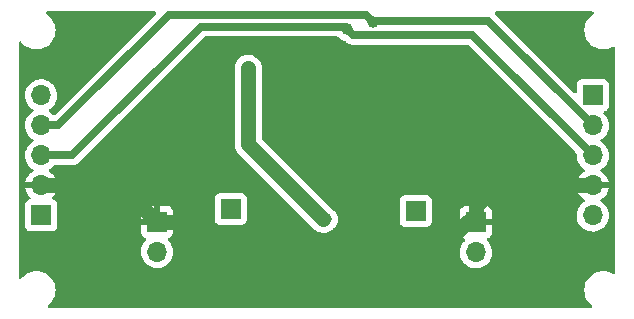
<source format=gbr>
%TF.GenerationSoftware,KiCad,Pcbnew,(6.0.2)*%
%TF.CreationDate,2022-03-27T20:09:04+02:00*%
%TF.ProjectId,pcb,7063622e-6b69-4636-9164-5f7063625858,rev?*%
%TF.SameCoordinates,Original*%
%TF.FileFunction,Copper,L2,Bot*%
%TF.FilePolarity,Positive*%
%FSLAX46Y46*%
G04 Gerber Fmt 4.6, Leading zero omitted, Abs format (unit mm)*
G04 Created by KiCad (PCBNEW (6.0.2)) date 2022-03-27 20:09:04*
%MOMM*%
%LPD*%
G01*
G04 APERTURE LIST*
%TA.AperFunction,ComponentPad*%
%ADD10R,1.700000X1.700000*%
%TD*%
%TA.AperFunction,ComponentPad*%
%ADD11O,1.700000X1.700000*%
%TD*%
%TA.AperFunction,ViaPad*%
%ADD12C,1.000000*%
%TD*%
%TA.AperFunction,Conductor*%
%ADD13C,1.270000*%
%TD*%
%TA.AperFunction,Conductor*%
%ADD14C,0.635000*%
%TD*%
G04 APERTURE END LIST*
D10*
%TO.P,J2,1,Pin_1*%
%TO.N,Net-(J2-Pad1)*%
X65950000Y-59150000D03*
%TD*%
%TO.P,J6,1,Pin_1*%
%TO.N,GND*%
X86700000Y-60260000D03*
D11*
%TO.P,J6,2,Pin_2*%
%TO.N,Net-(J5-Pad1)*%
X86700000Y-62800000D03*
%TD*%
D10*
%TO.P,J4,1,Pin_1*%
%TO.N,+3V3*%
X49900000Y-59675000D03*
D11*
%TO.P,J4,2,Pin_2*%
%TO.N,GND*%
X49900000Y-57135000D03*
%TO.P,J4,3,Pin_3*%
%TO.N,Net-(J1-Pad3)*%
X49900000Y-54595000D03*
%TO.P,J4,4,Pin_4*%
%TO.N,Net-(J1-Pad2)*%
X49900000Y-52055000D03*
%TO.P,J4,5,Pin_5*%
%TO.N,Net-(J4-Pad5)*%
X49900000Y-49515000D03*
%TD*%
D10*
%TO.P,J1,1,Pin_1*%
%TO.N,Net-(J1-Pad1)*%
X96600000Y-49525000D03*
D11*
%TO.P,J1,2,Pin_2*%
%TO.N,Net-(J1-Pad2)*%
X96600000Y-52065000D03*
%TO.P,J1,3,Pin_3*%
%TO.N,Net-(J1-Pad3)*%
X96600000Y-54605000D03*
%TO.P,J1,4,Pin_4*%
%TO.N,GND*%
X96600000Y-57145000D03*
%TO.P,J1,5,Pin_5*%
%TO.N,+3V3*%
X96600000Y-59685000D03*
%TD*%
D10*
%TO.P,J3,1,Pin_1*%
%TO.N,GND*%
X59700000Y-60225000D03*
D11*
%TO.P,J3,2,Pin_2*%
%TO.N,Net-(J2-Pad1)*%
X59700000Y-62765000D03*
%TD*%
D10*
%TO.P,J5,1,Pin_1*%
%TO.N,Net-(J5-Pad1)*%
X81600000Y-59300000D03*
%TD*%
D12*
%TO.N,GND*%
X81500000Y-51100000D03*
X73870000Y-45030000D03*
%TO.N,+3V3*%
X74000000Y-60000000D03*
X67425000Y-47225000D03*
X67425000Y-49325000D03*
%TO.N,Net-(J1-Pad2)*%
X78000000Y-43300000D03*
%TO.N,Net-(J1-Pad3)*%
X75800000Y-43900000D03*
%TD*%
D13*
%TO.N,GND*%
X88480000Y-57145000D02*
X87445000Y-57145000D01*
X76200000Y-50800000D02*
X73900000Y-48500000D01*
D14*
X81200000Y-50800000D02*
X81500000Y-51100000D01*
D13*
X96600000Y-57145000D02*
X88480000Y-57145000D01*
X62225000Y-60225000D02*
X64800000Y-62800000D01*
X59700000Y-60225000D02*
X62225000Y-60225000D01*
X86700000Y-60260000D02*
X86700000Y-58925000D01*
X64800000Y-62800000D02*
X83400000Y-62800000D01*
X57910000Y-57135000D02*
X57910000Y-58435000D01*
X49900000Y-57135000D02*
X57910000Y-57135000D01*
D14*
X81500000Y-51200000D02*
X81500000Y-51100000D01*
D13*
X87445000Y-57145000D02*
X81500000Y-51200000D01*
X57910000Y-58435000D02*
X59700000Y-60225000D01*
X81200000Y-50800000D02*
X76200000Y-50800000D01*
X85940000Y-60260000D02*
X86700000Y-60260000D01*
X83400000Y-62800000D02*
X85940000Y-60260000D01*
X86700000Y-58925000D02*
X88480000Y-57145000D01*
%TO.N,+3V3*%
X67425000Y-47225000D02*
X67425000Y-49325000D01*
X67425000Y-53625000D02*
X73800000Y-60000000D01*
X67425000Y-49325000D02*
X67425000Y-53625000D01*
D14*
X73800000Y-60000000D02*
X74000000Y-60000000D01*
%TO.N,Net-(J1-Pad2)*%
X78000000Y-43300000D02*
X77400000Y-42700000D01*
X77400000Y-42700000D02*
X60700000Y-42700000D01*
X87735000Y-43200000D02*
X96600000Y-52065000D01*
X78100000Y-43200000D02*
X87735000Y-43200000D01*
X78000000Y-43300000D02*
X78100000Y-43200000D01*
X51345000Y-52055000D02*
X49900000Y-52055000D01*
X60700000Y-42700000D02*
X51345000Y-52055000D01*
%TO.N,Net-(J1-Pad3)*%
X76300000Y-44400000D02*
X86395000Y-44400000D01*
X75600000Y-43700000D02*
X63400000Y-43700000D01*
X75800000Y-43900000D02*
X76300000Y-44400000D01*
X86395000Y-44400000D02*
X96600000Y-54605000D01*
X52505000Y-54595000D02*
X49900000Y-54595000D01*
X75800000Y-43900000D02*
X75600000Y-43700000D01*
X63400000Y-43700000D02*
X52505000Y-54595000D01*
%TD*%
%TA.AperFunction,Conductor*%
%TO.N,GND*%
G36*
X59587791Y-42428002D02*
G01*
X59634284Y-42481658D01*
X59644388Y-42551932D01*
X59614894Y-42616512D01*
X59608765Y-42623095D01*
X51087021Y-51144839D01*
X51024709Y-51178865D01*
X50953894Y-51173800D01*
X50904732Y-51140543D01*
X50833151Y-51061875D01*
X50833142Y-51061866D01*
X50829670Y-51058051D01*
X50825619Y-51054852D01*
X50825615Y-51054848D01*
X50658414Y-50922800D01*
X50658410Y-50922798D01*
X50654359Y-50919598D01*
X50613053Y-50896796D01*
X50563084Y-50846364D01*
X50548312Y-50776921D01*
X50573428Y-50710516D01*
X50600780Y-50683909D01*
X50644603Y-50652650D01*
X50779860Y-50556173D01*
X50938096Y-50398489D01*
X50997594Y-50315689D01*
X51065435Y-50221277D01*
X51068453Y-50217077D01*
X51167430Y-50016811D01*
X51232370Y-49803069D01*
X51261529Y-49581590D01*
X51263156Y-49515000D01*
X51244852Y-49292361D01*
X51190431Y-49075702D01*
X51101354Y-48870840D01*
X50980014Y-48683277D01*
X50829670Y-48518051D01*
X50825619Y-48514852D01*
X50825615Y-48514848D01*
X50658414Y-48382800D01*
X50658410Y-48382798D01*
X50654359Y-48379598D01*
X50458789Y-48271638D01*
X50453920Y-48269914D01*
X50453916Y-48269912D01*
X50253087Y-48198795D01*
X50253083Y-48198794D01*
X50248212Y-48197069D01*
X50243119Y-48196162D01*
X50243116Y-48196161D01*
X50033373Y-48158800D01*
X50033367Y-48158799D01*
X50028284Y-48157894D01*
X49954452Y-48156992D01*
X49810081Y-48155228D01*
X49810079Y-48155228D01*
X49804911Y-48155165D01*
X49584091Y-48188955D01*
X49371756Y-48258357D01*
X49173607Y-48361507D01*
X49169474Y-48364610D01*
X49169471Y-48364612D01*
X49073455Y-48436703D01*
X48994965Y-48495635D01*
X48840629Y-48657138D01*
X48714743Y-48841680D01*
X48620688Y-49044305D01*
X48560989Y-49259570D01*
X48537251Y-49481695D01*
X48537548Y-49486848D01*
X48537548Y-49486851D01*
X48543011Y-49581590D01*
X48550110Y-49704715D01*
X48551247Y-49709761D01*
X48551248Y-49709767D01*
X48571119Y-49797939D01*
X48599222Y-49922639D01*
X48683266Y-50129616D01*
X48799987Y-50320088D01*
X48946250Y-50488938D01*
X49118126Y-50631632D01*
X49188595Y-50672811D01*
X49191445Y-50674476D01*
X49240169Y-50726114D01*
X49253240Y-50795897D01*
X49226509Y-50861669D01*
X49186055Y-50895027D01*
X49173607Y-50901507D01*
X49169474Y-50904610D01*
X49169471Y-50904612D01*
X49145247Y-50922800D01*
X48994965Y-51035635D01*
X48840629Y-51197138D01*
X48714743Y-51381680D01*
X48620688Y-51584305D01*
X48560989Y-51799570D01*
X48537251Y-52021695D01*
X48537548Y-52026848D01*
X48537548Y-52026851D01*
X48539748Y-52065000D01*
X48550110Y-52244715D01*
X48551247Y-52249761D01*
X48551248Y-52249767D01*
X48573373Y-52347939D01*
X48599222Y-52462639D01*
X48645083Y-52575581D01*
X48674287Y-52647502D01*
X48683266Y-52669616D01*
X48708420Y-52710663D01*
X48784730Y-52835190D01*
X48799987Y-52860088D01*
X48946250Y-53028938D01*
X49118126Y-53171632D01*
X49146568Y-53188252D01*
X49191445Y-53214476D01*
X49240169Y-53266114D01*
X49253240Y-53335897D01*
X49226509Y-53401669D01*
X49186055Y-53435027D01*
X49173607Y-53441507D01*
X49169474Y-53444610D01*
X49169471Y-53444612D01*
X48999100Y-53572530D01*
X48994965Y-53575635D01*
X48967048Y-53604848D01*
X48849554Y-53727799D01*
X48840629Y-53737138D01*
X48837715Y-53741410D01*
X48837714Y-53741411D01*
X48835578Y-53744542D01*
X48714743Y-53921680D01*
X48712564Y-53926375D01*
X48664006Y-54030985D01*
X48620688Y-54124305D01*
X48560989Y-54339570D01*
X48537251Y-54561695D01*
X48537548Y-54566848D01*
X48537548Y-54566851D01*
X48539748Y-54605000D01*
X48550110Y-54784715D01*
X48551247Y-54789761D01*
X48551248Y-54789767D01*
X48553502Y-54799767D01*
X48599222Y-55002639D01*
X48645083Y-55115581D01*
X48674287Y-55187502D01*
X48683266Y-55209616D01*
X48708420Y-55250663D01*
X48784730Y-55375190D01*
X48799987Y-55400088D01*
X48946250Y-55568938D01*
X49118126Y-55711632D01*
X49135239Y-55721632D01*
X49191955Y-55754774D01*
X49240679Y-55806412D01*
X49253750Y-55876195D01*
X49227019Y-55941967D01*
X49186562Y-55975327D01*
X49178457Y-55979546D01*
X49169738Y-55985036D01*
X48999433Y-56112905D01*
X48991726Y-56119748D01*
X48844590Y-56273717D01*
X48838104Y-56281727D01*
X48718098Y-56457649D01*
X48713000Y-56466623D01*
X48623338Y-56659783D01*
X48619775Y-56669470D01*
X48564389Y-56869183D01*
X48565912Y-56877607D01*
X48578292Y-56881000D01*
X51218344Y-56881000D01*
X51231875Y-56877027D01*
X51233180Y-56867947D01*
X51191214Y-56700875D01*
X51187894Y-56691124D01*
X51102972Y-56495814D01*
X51098105Y-56486739D01*
X50982426Y-56307926D01*
X50976136Y-56299757D01*
X50832806Y-56142240D01*
X50825273Y-56135215D01*
X50658139Y-56003222D01*
X50649556Y-55997520D01*
X50612602Y-55977120D01*
X50562631Y-55926687D01*
X50547859Y-55857245D01*
X50572975Y-55790839D01*
X50600327Y-55764232D01*
X50660050Y-55721632D01*
X50779860Y-55636173D01*
X50938096Y-55478489D01*
X50941112Y-55474292D01*
X50941117Y-55474286D01*
X50941704Y-55473469D01*
X50942025Y-55473218D01*
X50944465Y-55470352D01*
X50945057Y-55470856D01*
X50997701Y-55429824D01*
X51044023Y-55421000D01*
X52464967Y-55421000D01*
X52475512Y-55421442D01*
X52525300Y-55425623D01*
X52602743Y-55415289D01*
X52605743Y-55414927D01*
X52647498Y-55410391D01*
X52676634Y-55407226D01*
X52676636Y-55407226D01*
X52683417Y-55406489D01*
X52689883Y-55404313D01*
X52692233Y-55403796D01*
X52692783Y-55403699D01*
X52693550Y-55403520D01*
X52694085Y-55403365D01*
X52696432Y-55402789D01*
X52703190Y-55401887D01*
X52776542Y-55375189D01*
X52779443Y-55374174D01*
X52847039Y-55351425D01*
X52847046Y-55351422D01*
X52853511Y-55349246D01*
X52859360Y-55345731D01*
X52861553Y-55344718D01*
X52862068Y-55344506D01*
X52862766Y-55344173D01*
X52863267Y-55343900D01*
X52865421Y-55342840D01*
X52871834Y-55340506D01*
X52937802Y-55298641D01*
X52940394Y-55297041D01*
X53001502Y-55260324D01*
X53007344Y-55256814D01*
X53012295Y-55252133D01*
X53014231Y-55250663D01*
X53015162Y-55250015D01*
X53018996Y-55247115D01*
X53023364Y-55244343D01*
X53027464Y-55240677D01*
X53079387Y-55188754D01*
X53081909Y-55186301D01*
X53132782Y-55138193D01*
X53132784Y-55138191D01*
X53137740Y-55133504D01*
X53141574Y-55127863D01*
X53145703Y-55123011D01*
X53152560Y-55115581D01*
X54613080Y-53655061D01*
X66276994Y-53655061D01*
X66287399Y-53742973D01*
X66287736Y-53746186D01*
X66295831Y-53834279D01*
X66297399Y-53839839D01*
X66298061Y-53843412D01*
X66300250Y-53854415D01*
X66301018Y-53858028D01*
X66301697Y-53863765D01*
X66327938Y-53948276D01*
X66328854Y-53951373D01*
X66352877Y-54036549D01*
X66355435Y-54041737D01*
X66356760Y-54045188D01*
X66360901Y-54055566D01*
X66362304Y-54058953D01*
X66364018Y-54064473D01*
X66366709Y-54069587D01*
X66366709Y-54069588D01*
X66405198Y-54142745D01*
X66406695Y-54145681D01*
X66445829Y-54225037D01*
X66449287Y-54229668D01*
X66451250Y-54232871D01*
X66457173Y-54242258D01*
X66459182Y-54245351D01*
X66461871Y-54250463D01*
X66516656Y-54319956D01*
X66518627Y-54322526D01*
X66568116Y-54388801D01*
X66568123Y-54388808D01*
X66571573Y-54393429D01*
X66575807Y-54397343D01*
X66575809Y-54397345D01*
X66631973Y-54449262D01*
X66635539Y-54452692D01*
X73029123Y-60846276D01*
X73031356Y-60848133D01*
X73031358Y-60848135D01*
X73070971Y-60881081D01*
X73149539Y-60946425D01*
X73255959Y-61006023D01*
X73327516Y-61046097D01*
X73332903Y-61049114D01*
X73338370Y-61050970D01*
X73338375Y-61050972D01*
X73526442Y-61114812D01*
X73526447Y-61114813D01*
X73531911Y-61116668D01*
X73537620Y-61117496D01*
X73537625Y-61117497D01*
X73635904Y-61131746D01*
X73739897Y-61146825D01*
X73880567Y-61141298D01*
X73944123Y-61138801D01*
X73944125Y-61138801D01*
X73949896Y-61138574D01*
X73955527Y-61137300D01*
X73955533Y-61137299D01*
X74149245Y-61093466D01*
X74149246Y-61093466D01*
X74154875Y-61092192D01*
X74160175Y-61089915D01*
X74160178Y-61089914D01*
X74342660Y-61011514D01*
X74342661Y-61011514D01*
X74347969Y-61009233D01*
X74522711Y-60892473D01*
X74526845Y-60888446D01*
X74526851Y-60888441D01*
X74626665Y-60791207D01*
X74637013Y-60782172D01*
X74693985Y-60737661D01*
X74693993Y-60737653D01*
X74698847Y-60733861D01*
X74828078Y-60584145D01*
X74925769Y-60412179D01*
X74988197Y-60224513D01*
X74991529Y-60198134D01*
X80241500Y-60198134D01*
X80248255Y-60260316D01*
X80299385Y-60396705D01*
X80386739Y-60513261D01*
X80503295Y-60600615D01*
X80639684Y-60651745D01*
X80701866Y-60658500D01*
X82498134Y-60658500D01*
X82560316Y-60651745D01*
X82696705Y-60600615D01*
X82813261Y-60513261D01*
X82900615Y-60396705D01*
X82951745Y-60260316D01*
X82958500Y-60198134D01*
X82958500Y-59987885D01*
X85342000Y-59987885D01*
X85346475Y-60003124D01*
X85347865Y-60004329D01*
X85355548Y-60006000D01*
X86427885Y-60006000D01*
X86443124Y-60001525D01*
X86444329Y-60000135D01*
X86446000Y-59992452D01*
X86446000Y-59987885D01*
X86954000Y-59987885D01*
X86958475Y-60003124D01*
X86959865Y-60004329D01*
X86967548Y-60006000D01*
X88039884Y-60006000D01*
X88055123Y-60001525D01*
X88056328Y-60000135D01*
X88057999Y-59992452D01*
X88057999Y-59651695D01*
X95237251Y-59651695D01*
X95237548Y-59656848D01*
X95237548Y-59656851D01*
X95243011Y-59751590D01*
X95250110Y-59874715D01*
X95251247Y-59879761D01*
X95251248Y-59879767D01*
X95271119Y-59967939D01*
X95299222Y-60092639D01*
X95383266Y-60299616D01*
X95385965Y-60304020D01*
X95495935Y-60483475D01*
X95499987Y-60490088D01*
X95646250Y-60658938D01*
X95818126Y-60801632D01*
X96011000Y-60914338D01*
X96219692Y-60994030D01*
X96224760Y-60995061D01*
X96224763Y-60995062D01*
X96305628Y-61011514D01*
X96438597Y-61038567D01*
X96443772Y-61038757D01*
X96443774Y-61038757D01*
X96656673Y-61046564D01*
X96656677Y-61046564D01*
X96661837Y-61046753D01*
X96666957Y-61046097D01*
X96666959Y-61046097D01*
X96878288Y-61019025D01*
X96878289Y-61019025D01*
X96883416Y-61018368D01*
X96888366Y-61016883D01*
X97092429Y-60955661D01*
X97092434Y-60955659D01*
X97097384Y-60954174D01*
X97297994Y-60855896D01*
X97479860Y-60726173D01*
X97638096Y-60568489D01*
X97673915Y-60518642D01*
X97765435Y-60391277D01*
X97768453Y-60387077D01*
X97834985Y-60252460D01*
X97865136Y-60191453D01*
X97865137Y-60191451D01*
X97867430Y-60186811D01*
X97922365Y-60006000D01*
X97930865Y-59978023D01*
X97930865Y-59978021D01*
X97932370Y-59973069D01*
X97961529Y-59751590D01*
X97963156Y-59685000D01*
X97944852Y-59462361D01*
X97890431Y-59245702D01*
X97801354Y-59040840D01*
X97720299Y-58915548D01*
X97682822Y-58857617D01*
X97682820Y-58857614D01*
X97680014Y-58853277D01*
X97529670Y-58688051D01*
X97525619Y-58684852D01*
X97525615Y-58684848D01*
X97358414Y-58552800D01*
X97358410Y-58552798D01*
X97354359Y-58549598D01*
X97312569Y-58526529D01*
X97262598Y-58476097D01*
X97247826Y-58406654D01*
X97272942Y-58340248D01*
X97300294Y-58313641D01*
X97475328Y-58188792D01*
X97483200Y-58182139D01*
X97634052Y-58031812D01*
X97640730Y-58023965D01*
X97765003Y-57851020D01*
X97770313Y-57842183D01*
X97864670Y-57651267D01*
X97868469Y-57641672D01*
X97930377Y-57437910D01*
X97932555Y-57427837D01*
X97933986Y-57416962D01*
X97931775Y-57402778D01*
X97918617Y-57399000D01*
X95283225Y-57399000D01*
X95269694Y-57402973D01*
X95268257Y-57412966D01*
X95298565Y-57547446D01*
X95301645Y-57557275D01*
X95381770Y-57754603D01*
X95386413Y-57763794D01*
X95497694Y-57945388D01*
X95503777Y-57953699D01*
X95643213Y-58114667D01*
X95650580Y-58121883D01*
X95814434Y-58257916D01*
X95822881Y-58263831D01*
X95891969Y-58304203D01*
X95940693Y-58355842D01*
X95953764Y-58425625D01*
X95927033Y-58491396D01*
X95886584Y-58524752D01*
X95873607Y-58531507D01*
X95869474Y-58534610D01*
X95869471Y-58534612D01*
X95699100Y-58662530D01*
X95694965Y-58665635D01*
X95540629Y-58827138D01*
X95537715Y-58831410D01*
X95537714Y-58831411D01*
X95488421Y-58903672D01*
X95414743Y-59011680D01*
X95320688Y-59214305D01*
X95260989Y-59429570D01*
X95237251Y-59651695D01*
X88057999Y-59651695D01*
X88057999Y-59365331D01*
X88057629Y-59358510D01*
X88052105Y-59307648D01*
X88048479Y-59292396D01*
X88003324Y-59171946D01*
X87994786Y-59156351D01*
X87918285Y-59054276D01*
X87905724Y-59041715D01*
X87803649Y-58965214D01*
X87788054Y-58956676D01*
X87667606Y-58911522D01*
X87652351Y-58907895D01*
X87601486Y-58902369D01*
X87594672Y-58902000D01*
X86972115Y-58902000D01*
X86956876Y-58906475D01*
X86955671Y-58907865D01*
X86954000Y-58915548D01*
X86954000Y-59987885D01*
X86446000Y-59987885D01*
X86446000Y-58920116D01*
X86441525Y-58904877D01*
X86440135Y-58903672D01*
X86432452Y-58902001D01*
X85805331Y-58902001D01*
X85798510Y-58902371D01*
X85747648Y-58907895D01*
X85732396Y-58911521D01*
X85611946Y-58956676D01*
X85596351Y-58965214D01*
X85494276Y-59041715D01*
X85481715Y-59054276D01*
X85405214Y-59156351D01*
X85396676Y-59171946D01*
X85351522Y-59292394D01*
X85347895Y-59307649D01*
X85342369Y-59358514D01*
X85342000Y-59365328D01*
X85342000Y-59987885D01*
X82958500Y-59987885D01*
X82958500Y-58401866D01*
X82951745Y-58339684D01*
X82900615Y-58203295D01*
X82813261Y-58086739D01*
X82696705Y-57999385D01*
X82560316Y-57948255D01*
X82498134Y-57941500D01*
X80701866Y-57941500D01*
X80639684Y-57948255D01*
X80503295Y-57999385D01*
X80386739Y-58086739D01*
X80299385Y-58203295D01*
X80248255Y-58339684D01*
X80241500Y-58401866D01*
X80241500Y-60198134D01*
X74991529Y-60198134D01*
X75012985Y-60028295D01*
X75013380Y-60000000D01*
X74994080Y-59803167D01*
X74936916Y-59613831D01*
X74844066Y-59439204D01*
X74755269Y-59330328D01*
X74722960Y-59290713D01*
X74722957Y-59290710D01*
X74719065Y-59285938D01*
X74703002Y-59272649D01*
X74631164Y-59213220D01*
X74622384Y-59205230D01*
X68605405Y-53188252D01*
X68571379Y-53125940D01*
X68568500Y-53099157D01*
X68568500Y-47171684D01*
X68554169Y-47015721D01*
X68497123Y-46813451D01*
X68404171Y-46624963D01*
X68278427Y-46456571D01*
X68124101Y-46313914D01*
X67946362Y-46201769D01*
X67751163Y-46123892D01*
X67745506Y-46122767D01*
X67745500Y-46122765D01*
X67550707Y-46084019D01*
X67550705Y-46084019D01*
X67545040Y-46082892D01*
X67539265Y-46082816D01*
X67539261Y-46082816D01*
X67434001Y-46081438D01*
X67334898Y-46080141D01*
X67329201Y-46081120D01*
X67329200Y-46081120D01*
X67133469Y-46114753D01*
X67127772Y-46115732D01*
X66930601Y-46188472D01*
X66749988Y-46295926D01*
X66591981Y-46434494D01*
X66461872Y-46599537D01*
X66459181Y-46604653D01*
X66459179Y-46604655D01*
X66445769Y-46630144D01*
X66364018Y-46785527D01*
X66301696Y-46986234D01*
X66281500Y-47156874D01*
X66281500Y-53582195D01*
X66281230Y-53590436D01*
X66276994Y-53655061D01*
X54613080Y-53655061D01*
X63705235Y-44562905D01*
X63767547Y-44528879D01*
X63794330Y-44526000D01*
X74948340Y-44526000D01*
X75016461Y-44546002D01*
X75047086Y-44573737D01*
X75071035Y-44603953D01*
X75075728Y-44607947D01*
X75075729Y-44607948D01*
X75216706Y-44727928D01*
X75221650Y-44732136D01*
X75394294Y-44828624D01*
X75400154Y-44830528D01*
X75576534Y-44887837D01*
X75576537Y-44887838D01*
X75582392Y-44889740D01*
X75588505Y-44890469D01*
X75594532Y-44891794D01*
X75593975Y-44894327D01*
X75648864Y-44917816D01*
X75657759Y-44925901D01*
X75687622Y-44955764D01*
X75694764Y-44963530D01*
X75727015Y-45001693D01*
X75732439Y-45005840D01*
X75732440Y-45005841D01*
X75789059Y-45049130D01*
X75791462Y-45051013D01*
X75852351Y-45099969D01*
X75858469Y-45103006D01*
X75860485Y-45104295D01*
X75860954Y-45104623D01*
X75861607Y-45105030D01*
X75862102Y-45105302D01*
X75864161Y-45106549D01*
X75869586Y-45110697D01*
X75875773Y-45113582D01*
X75940359Y-45143699D01*
X75943130Y-45145033D01*
X76013102Y-45179767D01*
X76019727Y-45181419D01*
X76021994Y-45182253D01*
X76022519Y-45182472D01*
X76023223Y-45182721D01*
X76023773Y-45182883D01*
X76026057Y-45183661D01*
X76032239Y-45186543D01*
X76038897Y-45188031D01*
X76038905Y-45188034D01*
X76108458Y-45203581D01*
X76111454Y-45204289D01*
X76180615Y-45221533D01*
X76180618Y-45221533D01*
X76187238Y-45223184D01*
X76194059Y-45223375D01*
X76196456Y-45223703D01*
X76197570Y-45223904D01*
X76202344Y-45224566D01*
X76207384Y-45225693D01*
X76212875Y-45226000D01*
X76286289Y-45226000D01*
X76289807Y-45226049D01*
X76366635Y-45228195D01*
X76373342Y-45226916D01*
X76379677Y-45226406D01*
X76389784Y-45226000D01*
X86000669Y-45226000D01*
X86068790Y-45246002D01*
X86089764Y-45262905D01*
X95210232Y-54383373D01*
X95244258Y-54445685D01*
X95246424Y-54485857D01*
X95237251Y-54571695D01*
X95237548Y-54576848D01*
X95237548Y-54576851D01*
X95243011Y-54671590D01*
X95250110Y-54794715D01*
X95251247Y-54799761D01*
X95251248Y-54799767D01*
X95271119Y-54887939D01*
X95299222Y-55012639D01*
X95337461Y-55106811D01*
X95377262Y-55204829D01*
X95383266Y-55219616D01*
X95402292Y-55250663D01*
X95478602Y-55375190D01*
X95499987Y-55410088D01*
X95646250Y-55578938D01*
X95818126Y-55721632D01*
X95874842Y-55754774D01*
X95891955Y-55764774D01*
X95940679Y-55816412D01*
X95953750Y-55886195D01*
X95927019Y-55951967D01*
X95886562Y-55985327D01*
X95878457Y-55989546D01*
X95869738Y-55995036D01*
X95699433Y-56122905D01*
X95691726Y-56129748D01*
X95544590Y-56283717D01*
X95538104Y-56291727D01*
X95418098Y-56467649D01*
X95413000Y-56476623D01*
X95323338Y-56669783D01*
X95319775Y-56679470D01*
X95264389Y-56879183D01*
X95265912Y-56887607D01*
X95278292Y-56891000D01*
X97918344Y-56891000D01*
X97931875Y-56887027D01*
X97933180Y-56877947D01*
X97891214Y-56710875D01*
X97887894Y-56701124D01*
X97802972Y-56505814D01*
X97798105Y-56496739D01*
X97682426Y-56317926D01*
X97676136Y-56309757D01*
X97532806Y-56152240D01*
X97525273Y-56145215D01*
X97358139Y-56013222D01*
X97349556Y-56007520D01*
X97312602Y-55987120D01*
X97262631Y-55936687D01*
X97247859Y-55867245D01*
X97272975Y-55800839D01*
X97300327Y-55774232D01*
X97327606Y-55754774D01*
X97479860Y-55646173D01*
X97638096Y-55488489D01*
X97642661Y-55482137D01*
X97765435Y-55311277D01*
X97768453Y-55307077D01*
X97793295Y-55256814D01*
X97865136Y-55111453D01*
X97865137Y-55111451D01*
X97867430Y-55106811D01*
X97932370Y-54893069D01*
X97961529Y-54671590D01*
X97963156Y-54605000D01*
X97944852Y-54382361D01*
X97890431Y-54165702D01*
X97801354Y-53960840D01*
X97732505Y-53854415D01*
X97682822Y-53777617D01*
X97682820Y-53777614D01*
X97680014Y-53773277D01*
X97529670Y-53608051D01*
X97525619Y-53604852D01*
X97525615Y-53604848D01*
X97358414Y-53472800D01*
X97358410Y-53472798D01*
X97354359Y-53469598D01*
X97313053Y-53446796D01*
X97263084Y-53396364D01*
X97248312Y-53326921D01*
X97273428Y-53260516D01*
X97300780Y-53233909D01*
X97388089Y-53171632D01*
X97479860Y-53106173D01*
X97638096Y-52948489D01*
X97642661Y-52942137D01*
X97765435Y-52771277D01*
X97768453Y-52767077D01*
X97793295Y-52716814D01*
X97865136Y-52571453D01*
X97865137Y-52571451D01*
X97867430Y-52566811D01*
X97932370Y-52353069D01*
X97961529Y-52131590D01*
X97963156Y-52065000D01*
X97944852Y-51842361D01*
X97890431Y-51625702D01*
X97801354Y-51420840D01*
X97680014Y-51233277D01*
X97676532Y-51229450D01*
X97532798Y-51071488D01*
X97501746Y-51007642D01*
X97510141Y-50937143D01*
X97555317Y-50882375D01*
X97581761Y-50868706D01*
X97688297Y-50828767D01*
X97696705Y-50825615D01*
X97813261Y-50738261D01*
X97900615Y-50621705D01*
X97951745Y-50485316D01*
X97958500Y-50423134D01*
X97958500Y-48626866D01*
X97951745Y-48564684D01*
X97900615Y-48428295D01*
X97813261Y-48311739D01*
X97696705Y-48224385D01*
X97560316Y-48173255D01*
X97498134Y-48166500D01*
X95701866Y-48166500D01*
X95639684Y-48173255D01*
X95503295Y-48224385D01*
X95386739Y-48311739D01*
X95299385Y-48428295D01*
X95248255Y-48564684D01*
X95241500Y-48626866D01*
X95241500Y-49234169D01*
X95221498Y-49302290D01*
X95167842Y-49348783D01*
X95097568Y-49358887D01*
X95032988Y-49329393D01*
X95026405Y-49323264D01*
X88347385Y-42644245D01*
X88340241Y-42636477D01*
X88322368Y-42615327D01*
X88293677Y-42550386D01*
X88304650Y-42480243D01*
X88351804Y-42427167D01*
X88418607Y-42408000D01*
X96572667Y-42408000D01*
X96640788Y-42428002D01*
X96687281Y-42481658D01*
X96697385Y-42551932D01*
X96667891Y-42616512D01*
X96638502Y-42641433D01*
X96551624Y-42694672D01*
X96359102Y-42859102D01*
X96194672Y-43051624D01*
X96062384Y-43267498D01*
X95965495Y-43501409D01*
X95964340Y-43506221D01*
X95907952Y-43741095D01*
X95906391Y-43747597D01*
X95886526Y-44000000D01*
X95906391Y-44252403D01*
X95965495Y-44498591D01*
X95967388Y-44503162D01*
X95967389Y-44503164D01*
X96007135Y-44599118D01*
X96062384Y-44732502D01*
X96194672Y-44948376D01*
X96359102Y-45140898D01*
X96551624Y-45305328D01*
X96767498Y-45437616D01*
X96772068Y-45439509D01*
X96772072Y-45439511D01*
X96926761Y-45503585D01*
X97001409Y-45534505D01*
X97086032Y-45554821D01*
X97242784Y-45592454D01*
X97242790Y-45592455D01*
X97247597Y-45593609D01*
X97347416Y-45601465D01*
X97434345Y-45608307D01*
X97434352Y-45608307D01*
X97436801Y-45608500D01*
X97563199Y-45608500D01*
X97565648Y-45608307D01*
X97565655Y-45608307D01*
X97652584Y-45601465D01*
X97752403Y-45593609D01*
X97757210Y-45592455D01*
X97757216Y-45592454D01*
X97913968Y-45554821D01*
X97998591Y-45534505D01*
X98073239Y-45503585D01*
X98227928Y-45439511D01*
X98227932Y-45439509D01*
X98232502Y-45437616D01*
X98300165Y-45396152D01*
X98368699Y-45377614D01*
X98436375Y-45399070D01*
X98481708Y-45453709D01*
X98492000Y-45503585D01*
X98492000Y-64496415D01*
X98471998Y-64564536D01*
X98418342Y-64611029D01*
X98348068Y-64621133D01*
X98300165Y-64603848D01*
X98236722Y-64564970D01*
X98232502Y-64562384D01*
X98227932Y-64560491D01*
X98227928Y-64560489D01*
X98003164Y-64467389D01*
X98003162Y-64467388D01*
X97998591Y-64465495D01*
X97913968Y-64445179D01*
X97757216Y-64407546D01*
X97757210Y-64407545D01*
X97752403Y-64406391D01*
X97652584Y-64398535D01*
X97565655Y-64391693D01*
X97565648Y-64391693D01*
X97563199Y-64391500D01*
X97436801Y-64391500D01*
X97434352Y-64391693D01*
X97434345Y-64391693D01*
X97347416Y-64398535D01*
X97247597Y-64406391D01*
X97242790Y-64407545D01*
X97242784Y-64407546D01*
X97086032Y-64445179D01*
X97001409Y-64465495D01*
X96996838Y-64467388D01*
X96996836Y-64467389D01*
X96772072Y-64560489D01*
X96772068Y-64560491D01*
X96767498Y-64562384D01*
X96551624Y-64694672D01*
X96359102Y-64859102D01*
X96194672Y-65051624D01*
X96062384Y-65267498D01*
X95965495Y-65501409D01*
X95906391Y-65747597D01*
X95886526Y-66000000D01*
X95906391Y-66252403D01*
X95965495Y-66498591D01*
X96062384Y-66732502D01*
X96194672Y-66948376D01*
X96359102Y-67140898D01*
X96508000Y-67268069D01*
X96510482Y-67270189D01*
X96549291Y-67329640D01*
X96549797Y-67400634D01*
X96511841Y-67460633D01*
X96447473Y-67490586D01*
X96428651Y-67492000D01*
X50571349Y-67492000D01*
X50503228Y-67471998D01*
X50456735Y-67418342D01*
X50446631Y-67348068D01*
X50476125Y-67283488D01*
X50489518Y-67270189D01*
X50492001Y-67268069D01*
X50640898Y-67140898D01*
X50805328Y-66948376D01*
X50937616Y-66732502D01*
X51034505Y-66498591D01*
X51093609Y-66252403D01*
X51113474Y-66000000D01*
X51093609Y-65747597D01*
X51034505Y-65501409D01*
X50937616Y-65267498D01*
X50805328Y-65051624D01*
X50640898Y-64859102D01*
X50448376Y-64694672D01*
X50232502Y-64562384D01*
X50227932Y-64560491D01*
X50227928Y-64560489D01*
X50003164Y-64467389D01*
X50003162Y-64467388D01*
X49998591Y-64465495D01*
X49913968Y-64445179D01*
X49757216Y-64407546D01*
X49757210Y-64407545D01*
X49752403Y-64406391D01*
X49652584Y-64398535D01*
X49565655Y-64391693D01*
X49565648Y-64391693D01*
X49563199Y-64391500D01*
X49436801Y-64391500D01*
X49434352Y-64391693D01*
X49434345Y-64391693D01*
X49347416Y-64398535D01*
X49247597Y-64406391D01*
X49242790Y-64407545D01*
X49242784Y-64407546D01*
X49086032Y-64445179D01*
X49001409Y-64465495D01*
X48996838Y-64467388D01*
X48996836Y-64467389D01*
X48772072Y-64560489D01*
X48772068Y-64560491D01*
X48767498Y-64562384D01*
X48551624Y-64694672D01*
X48359102Y-64859102D01*
X48355894Y-64862858D01*
X48229811Y-65010482D01*
X48170360Y-65049291D01*
X48099366Y-65049797D01*
X48039367Y-65011841D01*
X48009414Y-64947473D01*
X48008000Y-64928651D01*
X48008000Y-62731695D01*
X58337251Y-62731695D01*
X58337548Y-62736848D01*
X58337548Y-62736851D01*
X58343011Y-62831590D01*
X58350110Y-62954715D01*
X58351247Y-62959761D01*
X58351248Y-62959767D01*
X58359136Y-62994767D01*
X58399222Y-63172639D01*
X58483266Y-63379616D01*
X58599987Y-63570088D01*
X58746250Y-63738938D01*
X58918126Y-63881632D01*
X59111000Y-63994338D01*
X59319692Y-64074030D01*
X59324760Y-64075061D01*
X59324763Y-64075062D01*
X59432017Y-64096883D01*
X59538597Y-64118567D01*
X59543772Y-64118757D01*
X59543774Y-64118757D01*
X59756673Y-64126564D01*
X59756677Y-64126564D01*
X59761837Y-64126753D01*
X59766957Y-64126097D01*
X59766959Y-64126097D01*
X59978288Y-64099025D01*
X59978289Y-64099025D01*
X59983416Y-64098368D01*
X59988366Y-64096883D01*
X60192429Y-64035661D01*
X60192434Y-64035659D01*
X60197384Y-64034174D01*
X60397994Y-63935896D01*
X60579860Y-63806173D01*
X60738096Y-63648489D01*
X60797594Y-63565689D01*
X60865435Y-63471277D01*
X60868453Y-63467077D01*
X60952581Y-63296857D01*
X60965136Y-63271453D01*
X60965137Y-63271451D01*
X60967430Y-63266811D01*
X61032370Y-63053069D01*
X61061529Y-62831590D01*
X61063115Y-62766695D01*
X85337251Y-62766695D01*
X85337548Y-62771848D01*
X85337548Y-62771851D01*
X85343011Y-62866590D01*
X85350110Y-62989715D01*
X85351247Y-62994761D01*
X85351248Y-62994767D01*
X85365504Y-63058023D01*
X85399222Y-63207639D01*
X85483266Y-63414616D01*
X85599987Y-63605088D01*
X85746250Y-63773938D01*
X85918126Y-63916632D01*
X86111000Y-64029338D01*
X86319692Y-64109030D01*
X86324760Y-64110061D01*
X86324763Y-64110062D01*
X86432017Y-64131883D01*
X86538597Y-64153567D01*
X86543772Y-64153757D01*
X86543774Y-64153757D01*
X86756673Y-64161564D01*
X86756677Y-64161564D01*
X86761837Y-64161753D01*
X86766957Y-64161097D01*
X86766959Y-64161097D01*
X86978288Y-64134025D01*
X86978289Y-64134025D01*
X86983416Y-64133368D01*
X87006095Y-64126564D01*
X87192429Y-64070661D01*
X87192434Y-64070659D01*
X87197384Y-64069174D01*
X87397994Y-63970896D01*
X87579860Y-63841173D01*
X87738096Y-63683489D01*
X87797594Y-63600689D01*
X87865435Y-63506277D01*
X87868453Y-63502077D01*
X87931343Y-63374829D01*
X87965136Y-63306453D01*
X87965137Y-63306451D01*
X87967430Y-63301811D01*
X87999900Y-63194940D01*
X88030865Y-63093023D01*
X88030865Y-63093021D01*
X88032370Y-63088069D01*
X88061529Y-62866590D01*
X88063156Y-62800000D01*
X88044852Y-62577361D01*
X87990431Y-62360702D01*
X87901354Y-62155840D01*
X87780014Y-61968277D01*
X87776540Y-61964459D01*
X87776533Y-61964450D01*
X87632435Y-61806088D01*
X87601383Y-61742242D01*
X87609779Y-61671744D01*
X87654956Y-61616976D01*
X87681400Y-61603307D01*
X87788052Y-61563325D01*
X87803649Y-61554786D01*
X87905724Y-61478285D01*
X87918285Y-61465724D01*
X87994786Y-61363649D01*
X88003324Y-61348054D01*
X88048478Y-61227606D01*
X88052105Y-61212351D01*
X88057631Y-61161486D01*
X88058000Y-61154672D01*
X88058000Y-60532115D01*
X88053525Y-60516876D01*
X88052135Y-60515671D01*
X88044452Y-60514000D01*
X85360116Y-60514000D01*
X85344877Y-60518475D01*
X85343672Y-60519865D01*
X85342001Y-60527548D01*
X85342001Y-61154669D01*
X85342371Y-61161490D01*
X85347895Y-61212352D01*
X85351521Y-61227604D01*
X85396676Y-61348054D01*
X85405214Y-61363649D01*
X85481715Y-61465724D01*
X85494276Y-61478285D01*
X85596351Y-61554786D01*
X85611946Y-61563324D01*
X85720827Y-61604142D01*
X85777591Y-61646784D01*
X85802291Y-61713345D01*
X85787083Y-61782694D01*
X85767691Y-61809175D01*
X85677647Y-61903401D01*
X85640629Y-61942138D01*
X85514743Y-62126680D01*
X85420688Y-62329305D01*
X85360989Y-62544570D01*
X85337251Y-62766695D01*
X61063115Y-62766695D01*
X61063156Y-62765000D01*
X61044852Y-62542361D01*
X60990431Y-62325702D01*
X60901354Y-62120840D01*
X60788511Y-61946411D01*
X60782822Y-61937617D01*
X60782820Y-61937614D01*
X60780014Y-61933277D01*
X60776540Y-61929459D01*
X60776533Y-61929450D01*
X60632435Y-61771088D01*
X60601383Y-61707242D01*
X60609779Y-61636744D01*
X60654956Y-61581976D01*
X60681400Y-61568307D01*
X60788052Y-61528325D01*
X60803649Y-61519786D01*
X60905724Y-61443285D01*
X60918285Y-61430724D01*
X60994786Y-61328649D01*
X61003324Y-61313054D01*
X61048478Y-61192606D01*
X61052105Y-61177351D01*
X61057631Y-61126486D01*
X61058000Y-61119672D01*
X61058000Y-60497115D01*
X61053525Y-60481876D01*
X61052135Y-60480671D01*
X61044452Y-60479000D01*
X58360116Y-60479000D01*
X58344877Y-60483475D01*
X58343672Y-60484865D01*
X58342001Y-60492548D01*
X58342001Y-61119669D01*
X58342371Y-61126490D01*
X58347895Y-61177352D01*
X58351521Y-61192604D01*
X58396676Y-61313054D01*
X58405214Y-61328649D01*
X58481715Y-61430724D01*
X58494276Y-61443285D01*
X58596351Y-61519786D01*
X58611946Y-61528324D01*
X58720827Y-61569142D01*
X58777591Y-61611784D01*
X58802291Y-61678345D01*
X58787083Y-61747694D01*
X58767691Y-61774175D01*
X58644200Y-61903401D01*
X58640629Y-61907138D01*
X58514743Y-62091680D01*
X58420688Y-62294305D01*
X58360989Y-62509570D01*
X58337251Y-62731695D01*
X48008000Y-62731695D01*
X48008000Y-60573134D01*
X48541500Y-60573134D01*
X48548255Y-60635316D01*
X48599385Y-60771705D01*
X48686739Y-60888261D01*
X48803295Y-60975615D01*
X48939684Y-61026745D01*
X49001866Y-61033500D01*
X50798134Y-61033500D01*
X50860316Y-61026745D01*
X50996705Y-60975615D01*
X51113261Y-60888261D01*
X51200615Y-60771705D01*
X51251745Y-60635316D01*
X51258500Y-60573134D01*
X51258500Y-60048134D01*
X64591500Y-60048134D01*
X64598255Y-60110316D01*
X64649385Y-60246705D01*
X64736739Y-60363261D01*
X64853295Y-60450615D01*
X64989684Y-60501745D01*
X65051866Y-60508500D01*
X66848134Y-60508500D01*
X66910316Y-60501745D01*
X67046705Y-60450615D01*
X67163261Y-60363261D01*
X67250615Y-60246705D01*
X67301745Y-60110316D01*
X67308500Y-60048134D01*
X67308500Y-58251866D01*
X67301745Y-58189684D01*
X67250615Y-58053295D01*
X67163261Y-57936739D01*
X67046705Y-57849385D01*
X66910316Y-57798255D01*
X66848134Y-57791500D01*
X65051866Y-57791500D01*
X64989684Y-57798255D01*
X64853295Y-57849385D01*
X64736739Y-57936739D01*
X64649385Y-58053295D01*
X64598255Y-58189684D01*
X64591500Y-58251866D01*
X64591500Y-60048134D01*
X51258500Y-60048134D01*
X51258500Y-59952885D01*
X58342000Y-59952885D01*
X58346475Y-59968124D01*
X58347865Y-59969329D01*
X58355548Y-59971000D01*
X59427885Y-59971000D01*
X59443124Y-59966525D01*
X59444329Y-59965135D01*
X59446000Y-59957452D01*
X59446000Y-59952885D01*
X59954000Y-59952885D01*
X59958475Y-59968124D01*
X59959865Y-59969329D01*
X59967548Y-59971000D01*
X61039884Y-59971000D01*
X61055123Y-59966525D01*
X61056328Y-59965135D01*
X61057999Y-59957452D01*
X61057999Y-59330331D01*
X61057629Y-59323510D01*
X61052105Y-59272648D01*
X61048479Y-59257396D01*
X61003324Y-59136946D01*
X60994786Y-59121351D01*
X60918285Y-59019276D01*
X60905724Y-59006715D01*
X60803649Y-58930214D01*
X60788054Y-58921676D01*
X60667606Y-58876522D01*
X60652351Y-58872895D01*
X60601486Y-58867369D01*
X60594672Y-58867000D01*
X59972115Y-58867000D01*
X59956876Y-58871475D01*
X59955671Y-58872865D01*
X59954000Y-58880548D01*
X59954000Y-59952885D01*
X59446000Y-59952885D01*
X59446000Y-58885116D01*
X59441525Y-58869877D01*
X59440135Y-58868672D01*
X59432452Y-58867001D01*
X58805331Y-58867001D01*
X58798510Y-58867371D01*
X58747648Y-58872895D01*
X58732396Y-58876521D01*
X58611946Y-58921676D01*
X58596351Y-58930214D01*
X58494276Y-59006715D01*
X58481715Y-59019276D01*
X58405214Y-59121351D01*
X58396676Y-59136946D01*
X58351522Y-59257394D01*
X58347895Y-59272649D01*
X58342369Y-59323514D01*
X58342000Y-59330328D01*
X58342000Y-59952885D01*
X51258500Y-59952885D01*
X51258500Y-58776866D01*
X51251745Y-58714684D01*
X51200615Y-58578295D01*
X51113261Y-58461739D01*
X50996705Y-58374385D01*
X50904140Y-58339684D01*
X50877687Y-58329767D01*
X50820923Y-58287125D01*
X50796223Y-58220564D01*
X50811430Y-58151215D01*
X50832977Y-58122535D01*
X50934052Y-58021812D01*
X50940730Y-58013965D01*
X51065003Y-57841020D01*
X51070313Y-57832183D01*
X51164670Y-57641267D01*
X51168469Y-57631672D01*
X51230377Y-57427910D01*
X51232555Y-57417837D01*
X51233986Y-57406962D01*
X51231775Y-57392778D01*
X51218617Y-57389000D01*
X48583225Y-57389000D01*
X48569694Y-57392973D01*
X48568257Y-57402966D01*
X48598565Y-57537446D01*
X48601645Y-57547275D01*
X48681770Y-57744603D01*
X48686413Y-57753794D01*
X48797694Y-57935388D01*
X48803777Y-57943699D01*
X48943213Y-58104667D01*
X48950577Y-58111879D01*
X48955522Y-58115985D01*
X48995156Y-58174889D01*
X48996653Y-58245870D01*
X48959537Y-58306392D01*
X48919264Y-58330910D01*
X48811705Y-58371232D01*
X48811704Y-58371233D01*
X48803295Y-58374385D01*
X48686739Y-58461739D01*
X48599385Y-58578295D01*
X48548255Y-58714684D01*
X48541500Y-58776866D01*
X48541500Y-60573134D01*
X48008000Y-60573134D01*
X48008000Y-45071349D01*
X48028002Y-45003228D01*
X48081658Y-44956735D01*
X48151932Y-44946631D01*
X48216512Y-44976125D01*
X48229809Y-44989516D01*
X48359102Y-45140898D01*
X48551624Y-45305328D01*
X48767498Y-45437616D01*
X48772068Y-45439509D01*
X48772072Y-45439511D01*
X48926761Y-45503585D01*
X49001409Y-45534505D01*
X49086032Y-45554821D01*
X49242784Y-45592454D01*
X49242790Y-45592455D01*
X49247597Y-45593609D01*
X49347416Y-45601465D01*
X49434345Y-45608307D01*
X49434352Y-45608307D01*
X49436801Y-45608500D01*
X49563199Y-45608500D01*
X49565648Y-45608307D01*
X49565655Y-45608307D01*
X49652584Y-45601465D01*
X49752403Y-45593609D01*
X49757210Y-45592455D01*
X49757216Y-45592454D01*
X49913968Y-45554821D01*
X49998591Y-45534505D01*
X50073239Y-45503585D01*
X50227928Y-45439511D01*
X50227932Y-45439509D01*
X50232502Y-45437616D01*
X50448376Y-45305328D01*
X50640898Y-45140898D01*
X50805328Y-44948376D01*
X50937616Y-44732502D01*
X50992866Y-44599118D01*
X51032611Y-44503164D01*
X51032612Y-44503162D01*
X51034505Y-44498591D01*
X51093609Y-44252403D01*
X51113474Y-44000000D01*
X51093609Y-43747597D01*
X51092049Y-43741095D01*
X51035660Y-43506221D01*
X51034505Y-43501409D01*
X50937616Y-43267498D01*
X50805328Y-43051624D01*
X50640898Y-42859102D01*
X50448376Y-42694672D01*
X50361498Y-42641433D01*
X50313867Y-42588785D01*
X50302260Y-42518744D01*
X50330363Y-42453546D01*
X50389254Y-42413892D01*
X50427333Y-42408000D01*
X59519670Y-42408000D01*
X59587791Y-42428002D01*
G37*
%TD.AperFunction*%
%TD*%
M02*

</source>
